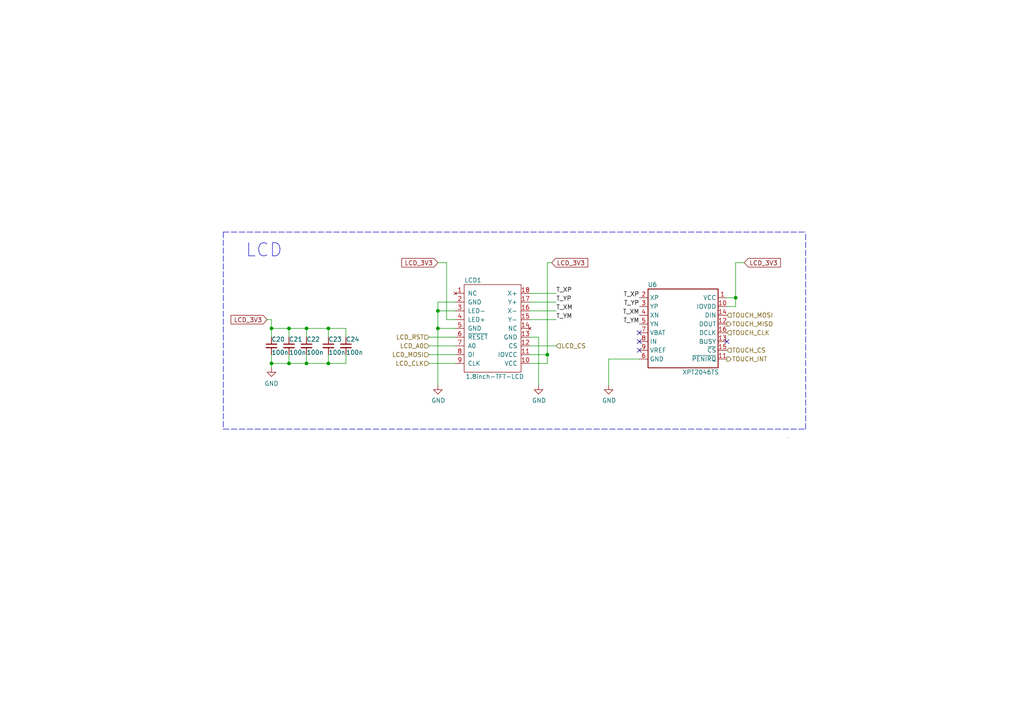
<source format=kicad_sch>
(kicad_sch (version 20211123) (generator eeschema)
  (paper "A4")
  (lib_symbols
    (symbol "Device:C_Small" (pin_numbers hide) (pin_names (offset 0.254) hide)
      (property "Reference" "C" (at 0.254 1.778 0))
      (property "Value" "C_Small" (at 0.254 -2.032 0))
      (symbol "C_Small_0_1"
        (polyline (pts (xy -1.524 -0.508) (xy 1.524 -0.508)) (stroke (width 0.3302)))
        (polyline (pts (xy -1.524 0.508) (xy 1.524 0.508)) (stroke (width 0.3048)))
      )
      (symbol "C_Small_1_1"
        (pin passive line (at 0 2.54 270) (length 2.032) (name "~") (number "1"))
        (pin passive line (at 0 -2.54 90) (length 2.032) (name "~") (number "2"))
      )
    )
    (symbol "Driver_Display:XPT2046TS"
      (property "Reference" "U" (at 1.27 24.13 0))
      (property "Value" "XPT2046TS" (at 8.89 24.13 0))
      (symbol "XPT2046TS_0_1"
        (rectangle (start 0 22.86) (end 20.32 0) (stroke (width 0.254)))
      )
      (symbol "XPT2046TS_1_1"
        (pin power_in line (at 22.86 20.32 180) (length 2.54) (name "VCC") (number "1"))
        (pin power_in line (at 22.86 17.78 180) (length 2.54) (name "IOVDD") (number "10"))
        (pin open_collector line (at 22.86 2.54 180) (length 2.54) (name "~{PENIRQ}") (number "11"))
        (pin output line (at 22.86 12.7 180) (length 2.54) (name "DOUT") (number "12"))
        (pin output line (at 22.86 7.62 180) (length 2.54) (name "BUSY") (number "13"))
        (pin input line (at 22.86 15.24 180) (length 2.54) (name "DIN") (number "14"))
        (pin input line (at 22.86 5.08 180) (length 2.54) (name "~{CS}") (number "15"))
        (pin input line (at 22.86 10.16 180) (length 2.54) (name "DCLK") (number "16"))
        (pin input line (at -2.54 20.32 0) (length 2.54) (name "XP") (number "2"))
        (pin input line (at -2.54 17.78 0) (length 2.54) (name "YP") (number "3"))
        (pin input line (at -2.54 15.24 0) (length 2.54) (name "XN") (number "4"))
        (pin input line (at -2.54 12.7 0) (length 2.54) (name "YN") (number "5"))
        (pin power_in line (at -2.54 2.54 0) (length 2.54) (name "GND") (number "6"))
        (pin power_in line (at -2.54 10.16 0) (length 2.54) (name "VBAT") (number "7"))
        (pin input line (at -2.54 7.62 0) (length 2.54) (name "IN") (number "8"))
        (pin bidirectional line (at -2.54 5.08 0) (length 2.54) (name "VREF") (number "9"))
      )
    )
    (symbol "MM32_Periph:1.8inch-TFT-LCD" (pin_names (offset 1.016))
      (property "Reference" "LCD" (at 2.54 26.67 0))
      (property "Value" "1.8inch-TFT-LCD" (at 7.62 -1.27 0))
      (symbol "1.8inch-TFT-LCD_0_1"
        (rectangle (start 0 25.4) (end 16.51 0))
      )
      (symbol "1.8inch-TFT-LCD_1_1"
        (pin no_connect line (at -2.54 22.86 0) (length 2.54) (name "NC") (number "1"))
        (pin power_in line (at 19.05 2.54 180) (length 2.54) (name "VCC") (number "10"))
        (pin power_in line (at 19.05 5.08 180) (length 2.54) (name "IOVCC") (number "11"))
        (pin input line (at 19.05 7.62 180) (length 2.54) (name "CS") (number "12"))
        (pin power_in line (at 19.05 10.16 180) (length 2.54) (name "GND") (number "13"))
        (pin no_connect line (at 19.05 12.7 180) (length 2.54) (name "NC") (number "14"))
        (pin passive line (at 19.05 15.24 180) (length 2.54) (name "Y-") (number "15"))
        (pin passive line (at 19.05 17.78 180) (length 2.54) (name "X-") (number "16"))
        (pin passive line (at 19.05 20.32 180) (length 2.54) (name "Y+") (number "17"))
        (pin passive line (at 19.05 22.86 180) (length 2.54) (name "X+") (number "18"))
        (pin power_in line (at -2.54 20.32 0) (length 2.54) (name "GND") (number "2"))
        (pin power_in line (at -2.54 17.78 0) (length 2.54) (name "LED-") (number "3"))
        (pin power_in line (at -2.54 15.24 0) (length 2.54) (name "LED+") (number "4"))
        (pin power_in line (at -2.54 12.7 0) (length 2.54) (name "GND") (number "5"))
        (pin input line (at -2.54 10.16 0) (length 2.54) (name "~{RESET}") (number "6"))
        (pin input line (at -2.54 7.62 0) (length 2.54) (name "A0") (number "7"))
        (pin input line (at -2.54 5.08 0) (length 2.54) (name "DI") (number "8"))
        (pin input line (at -2.54 2.54 0) (length 2.54) (name "CLK") (number "9"))
      )
    )
    (symbol "power:GND" (power) (pin_names (offset 0))
      (property "Value" "GND" (at 0 -3.81 0))
      (symbol "GND_0_1"
        (polyline (pts (xy 0 0) (xy 0 -1.27) (xy 1.27 -1.27) (xy 0 -2.54) (xy -1.27 -1.27) (xy 0 -1.27)))
      )
      (symbol "GND_1_1"
        (pin power_in line (at 0 0 270) (length 0) hide (name "GND") (number "1"))
      )
    )
  )
  (junction (at 95.25 95.25))
  (junction (at 158.75 102.87))
  (junction (at 88.9 105.41))
  (junction (at 95.25 105.41))
  (junction (at 88.9 95.25))
  (junction (at 127 95.25))
  (junction (at 83.82 95.25))
  (junction (at 78.74 105.41))
  (junction (at 127 90.17))
  (junction (at 78.74 95.25))
  (junction (at 213.36 86.36))
  (junction (at 83.82 105.41))
  (no_connect (at 185.42 101.6))
  (no_connect (at 185.42 99.06))
  (no_connect (at 210.82 99.06))
  (no_connect (at 185.42 96.52))
  (polyline (pts (xy 233.68 124.46) (xy 233.68 67.31)))
  (wire (pts (xy 213.36 88.9) (xy 210.82 88.9)))
  (wire (pts (xy 127 95.25) (xy 127 90.17)))
  (wire (pts (xy 77.47 92.71) (xy 78.74 92.71)))
  (wire (pts (xy 78.74 92.71) (xy 78.74 95.25)))
  (wire (pts (xy 153.67 90.17) (xy 161.29 90.17)))
  (wire (pts (xy 160.02 76.2) (xy 158.75 76.2)))
  (wire (pts (xy 132.08 105.41) (xy 124.46 105.41)))
  (wire (pts (xy 78.74 105.41) (xy 78.74 106.68)))
  (wire (pts (xy 213.36 76.2) (xy 213.36 86.36)))
  (wire (pts (xy 213.36 86.36) (xy 213.36 88.9)))
  (wire (pts (xy 132.08 92.71) (xy 129.54 92.71)))
  (wire (pts (xy 95.25 105.41) (xy 100.33 105.41)))
  (wire (pts (xy 124.46 102.87) (xy 132.08 102.87)))
  (wire (pts (xy 158.75 76.2) (xy 158.75 102.87)))
  (polyline (pts (xy 64.77 124.46) (xy 233.68 124.46)))
  (wire (pts (xy 210.82 86.36) (xy 213.36 86.36)))
  (wire (pts (xy 153.67 85.09) (xy 161.29 85.09)))
  (wire (pts (xy 83.82 105.41) (xy 88.9 105.41)))
  (wire (pts (xy 83.82 105.41) (xy 83.82 102.87)))
  (wire (pts (xy 153.67 102.87) (xy 158.75 102.87)))
  (wire (pts (xy 127 76.2) (xy 129.54 76.2)))
  (wire (pts (xy 153.67 97.79) (xy 156.21 97.79)))
  (wire (pts (xy 88.9 95.25) (xy 95.25 95.25)))
  (wire (pts (xy 88.9 105.41) (xy 88.9 102.87)))
  (wire (pts (xy 127 90.17) (xy 127 87.63)))
  (wire (pts (xy 78.74 105.41) (xy 78.74 102.87)))
  (wire (pts (xy 95.25 95.25) (xy 100.33 95.25)))
  (wire (pts (xy 100.33 95.25) (xy 100.33 97.79)))
  (wire (pts (xy 78.74 95.25) (xy 78.74 97.79)))
  (wire (pts (xy 83.82 95.25) (xy 88.9 95.25)))
  (wire (pts (xy 88.9 105.41) (xy 95.25 105.41)))
  (wire (pts (xy 100.33 105.41) (xy 100.33 102.87)))
  (wire (pts (xy 153.67 105.41) (xy 158.75 105.41)))
  (polyline (pts (xy 228.6 127) (xy 228.6 127)))
  (wire (pts (xy 88.9 95.25) (xy 88.9 97.79)))
  (wire (pts (xy 158.75 105.41) (xy 158.75 102.87)))
  (wire (pts (xy 78.74 105.41) (xy 83.82 105.41)))
  (wire (pts (xy 129.54 76.2) (xy 129.54 92.71)))
  (wire (pts (xy 153.67 100.33) (xy 161.29 100.33)))
  (wire (pts (xy 95.25 95.25) (xy 95.25 97.79)))
  (wire (pts (xy 132.08 95.25) (xy 127 95.25)))
  (wire (pts (xy 124.46 97.79) (xy 132.08 97.79)))
  (wire (pts (xy 132.08 90.17) (xy 127 90.17)))
  (wire (pts (xy 161.29 92.71) (xy 153.67 92.71)))
  (wire (pts (xy 176.53 104.14) (xy 185.42 104.14)))
  (wire (pts (xy 156.21 97.79) (xy 156.21 111.76)))
  (wire (pts (xy 127 87.63) (xy 132.08 87.63)))
  (wire (pts (xy 215.9 76.2) (xy 213.36 76.2)))
  (wire (pts (xy 161.29 87.63) (xy 153.67 87.63)))
  (polyline (pts (xy 64.77 67.31) (xy 64.77 124.46)))
  (wire (pts (xy 176.53 111.76) (xy 176.53 104.14)))
  (wire (pts (xy 127 111.76) (xy 127 95.25)))
  (wire (pts (xy 78.74 95.25) (xy 83.82 95.25)))
  (wire (pts (xy 132.08 100.33) (xy 124.46 100.33)))
  (polyline (pts (xy 64.77 67.31) (xy 233.68 67.31)))
  (wire (pts (xy 83.82 95.25) (xy 83.82 97.79)))
  (wire (pts (xy 95.25 105.41) (xy 95.25 102.87)))
  (text "LCD" (at 71.12 74.93 0) (effects (font (size 3.81 3.81)) (justify left bottom)))
  (label "T_XP" (at 161.29 85.09 0))
  (label "T_YP" (at 185.42 88.9 180))
  (label "T_YP" (at 161.29 87.63 0))
  (label "T_XP" (at 185.42 86.36 180))
  (label "T_YM" (at 161.29 92.71 0))
  (label "T_XM" (at 161.29 90.17 0))
  (label "T_XM" (at 185.42 91.44 180))
  (label "T_YM" (at 185.42 93.98 180))
  (global_label "LCD_3V3" (shape input) (at 160.02 76.2 0) (property "Intersheet References" "${INTERSHEET_REFS}" (effects hide)))
  (global_label "LCD_3V3" (shape input) (at 127 76.2 180) (property "Intersheet References" "${INTERSHEET_REFS}" (effects hide)))
  (global_label "LCD_3V3" (shape input) (at 77.47 92.71 180) (property "Intersheet References" "${INTERSHEET_REFS}" (effects hide)))
  (global_label "LCD_3V3" (shape input) (at 215.9 76.2 0) (property "Intersheet References" "${INTERSHEET_REFS}" (effects hide)))
  (hierarchical_label "TOUCH_CLK" (shape input) (at 210.82 96.52 0))
  (hierarchical_label "TOUCH_MISO" (shape output) (at 210.82 93.98 0))
  (hierarchical_label "LCD_CLK" (shape input) (at 124.46 105.41 180))
  (hierarchical_label "LCD_A0" (shape input) (at 124.46 100.33 180))
  (hierarchical_label "LCD_RST" (shape input) (at 124.46 97.79 180))
  (hierarchical_label "LCD_CS" (shape input) (at 161.29 100.33 0))
  (hierarchical_label "TOUCH_INT" (shape output) (at 210.82 104.14 0))
  (hierarchical_label "TOUCH_MOSI" (shape input) (at 210.82 91.44 0))
  (hierarchical_label "TOUCH_CS" (shape input) (at 210.82 101.6 0))
  (hierarchical_label "LCD_MOSI" (shape input) (at 124.46 102.87 180))
  (symbol (lib_id "power:GND") (at 156.21 111.76 0) (unit 1)
    (property "Reference" "#PWR046" (effects hide))
    (property "Value" "GND" (at 156.337 116.1542 0))
  )
  (symbol (lib_id "MM32_Periph:1.8inch-TFT-LCD") (at 134.62 107.95 0) (unit 1)
    (property "Reference" "LCD1" (at 137.16 81.28 0))
    (property "Value" "1.8inch-TFT-LCD" (at 143.51 109.22 0))
    (property "Footprint" "debugger:TFT-LCD1.8inch" (effects hide))
  )
  (symbol (lib_id "power:GND") (at 78.74 106.68 0) (unit 1)
    (property "Reference" "#PWR044" (effects hide))
    (property "Value" "GND" (at 78.74 111.2425 0))
  )
  (symbol (lib_id "Device:C_Small") (at 100.33 100.33 0) (unit 1)
    (property "Reference" "C24" (at 100.33 98.425 0) (effects (justify left)))
    (property "Value" "100n" (at 100.33 102.235 0) (effects (justify left)))
    (property "Footprint" "Capacitor_SMD:C_0603_1608Metric" (effects hide))
  )
  (symbol (lib_id "Driver_Display:XPT2046TS") (at 187.96 106.68 0) (unit 1)
    (property "Reference" "U6" (at 189.23 82.55 0))
    (property "Value" "XPT2046TS" (at 203.2 107.95 0))
    (property "Footprint" "debugger:TSSOP-16_4.4x5mm_P0.65mm" (effects hide))
    (property "Datasheet" "http://www.xptek.cn/uploadfile/download/201707171401161883.pdf" (effects hide))
  )
  (symbol (lib_id "Device:C_Small") (at 88.9 100.33 0) (unit 1)
    (property "Reference" "C22" (at 88.9 98.425 0) (effects (justify left)))
    (property "Value" "100n" (at 88.9 102.235 0) (effects (justify left)))
    (property "Footprint" "Capacitor_SMD:C_0603_1608Metric" (effects hide))
  )
  (symbol (lib_id "Device:C_Small") (at 95.25 100.33 0) (unit 1)
    (property "Reference" "C23" (at 95.25 98.425 0) (effects (justify left)))
    (property "Value" "100n" (at 95.25 102.235 0) (effects (justify left)))
    (property "Footprint" "Capacitor_SMD:C_0603_1608Metric" (effects hide))
  )
  (symbol (lib_id "Device:C_Small") (at 78.74 100.33 0) (unit 1)
    (property "Reference" "C20" (at 78.74 98.425 0) (effects (justify left)))
    (property "Value" "100n" (at 78.74 102.235 0) (effects (justify left)))
    (property "Footprint" "Capacitor_SMD:C_0603_1608Metric" (effects hide))
  )
  (symbol (lib_id "Device:C_Small") (at 83.82 100.33 0) (unit 1)
    (property "Reference" "C21" (at 83.82 98.425 0) (effects (justify left)))
    (property "Value" "100n" (at 83.82 102.235 0) (effects (justify left)))
    (property "Footprint" "Capacitor_SMD:C_0603_1608Metric" (effects hide))
  )
  (symbol (lib_id "power:GND") (at 127 111.76 0) (unit 1)
    (property "Reference" "#PWR045" (effects hide))
    (property "Value" "GND" (at 127.127 116.1542 0))
  )
  (symbol (lib_id "power:GND") (at 176.53 111.76 0) (unit 1)
    (property "Reference" "#PWR047" (effects hide))
    (property "Value" "GND" (at 176.657 116.1542 0))
  )
)
</source>
